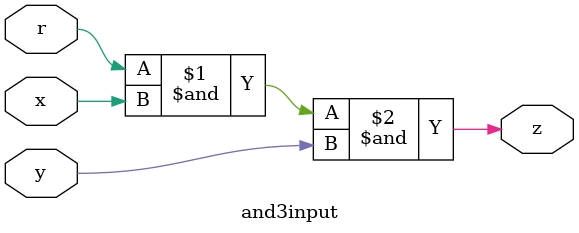
<source format=sv>
/*calculates and*/

module and3input(
		input wire r, x, y,
		output wire z
		
);

assign z = r & x & y;

endmodule : and3input
</source>
